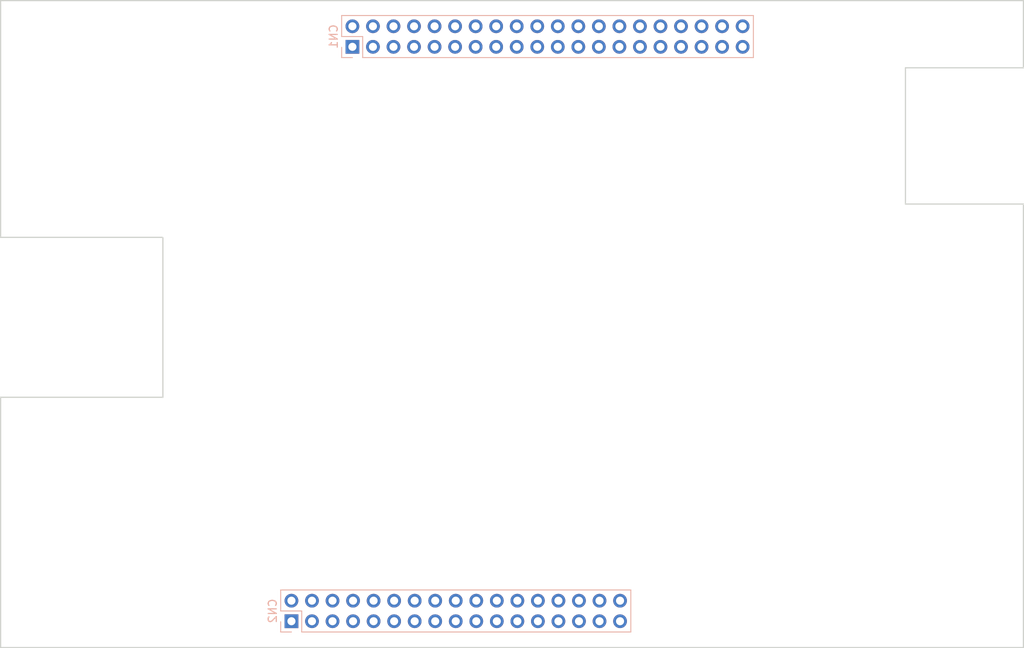
<source format=kicad_pcb>
(kicad_pcb (version 4) (host pcbnew 4.0.7)

  (general
    (links 8)
    (no_connects 8)
    (area 66.214999 46.814999 192.865001 126.975001)
    (thickness 1.6)
    (drawings 12)
    (tracks 5)
    (zones 0)
    (modules 2)
    (nets 3)
  )

  (page USLetter)
  (layers
    (0 F.Cu signal)
    (1 In1.Cu power)
    (2 In2.Cu power)
    (31 B.Cu signal)
    (33 F.Adhes user)
    (35 F.Paste user)
    (37 F.SilkS user)
    (39 F.Mask user)
    (40 Dwgs.User user)
    (41 Cmts.User user)
    (42 Eco1.User user)
    (43 Eco2.User user)
    (44 Edge.Cuts user)
    (45 Margin user)
    (47 F.CrtYd user)
    (49 F.Fab user)
  )

  (setup
    (last_trace_width 0.25)
    (trace_clearance 0.2)
    (zone_clearance 0.508)
    (zone_45_only yes)
    (trace_min 0.2)
    (segment_width 0.15)
    (edge_width 0.15)
    (via_size 0.7048)
    (via_drill 0.4)
    (via_min_size 0.4)
    (via_min_drill 0.3)
    (uvia_size 0.3)
    (uvia_drill 0.1)
    (uvias_allowed no)
    (uvia_min_size 0.2)
    (uvia_min_drill 0.1)
    (pcb_text_width 0.3)
    (pcb_text_size 1.5 1.5)
    (mod_edge_width 0.15)
    (mod_text_size 1 1)
    (mod_text_width 0.15)
    (pad_size 1.524 1.524)
    (pad_drill 0.762)
    (pad_to_mask_clearance 0.1016)
    (aux_axis_origin 0 0)
    (visible_elements FFFFFF7F)
    (pcbplotparams
      (layerselection 0x010f0_80000001)
      (usegerberextensions false)
      (excludeedgelayer true)
      (linewidth 0.100000)
      (plotframeref false)
      (viasonmask false)
      (mode 1)
      (useauxorigin false)
      (hpglpennumber 1)
      (hpglpenspeed 20)
      (hpglpendiameter 15)
      (hpglpenoverlay 2)
      (psnegative false)
      (psa4output false)
      (plotreference true)
      (plotvalue true)
      (plotinvisibletext false)
      (padsonsilk false)
      (subtractmaskfromsilk false)
      (outputformat 1)
      (mirror false)
      (drillshape 0)
      (scaleselection 1)
      (outputdirectory Rev_A/))
  )

  (net 0 "")
  (net 1 /3V3)
  (net 2 GND)

  (net_class Default "This is the default net class."
    (clearance 0.2)
    (trace_width 0.25)
    (via_dia 0.7048)
    (via_drill 0.4)
    (uvia_dia 0.3)
    (uvia_drill 0.1)
    (add_net /3V3)
    (add_net GND)
  )

  (net_class heavy ""
    (clearance 0.35)
    (trace_width 0.5)
    (via_dia 0.8048)
    (via_drill 0.5)
    (uvia_dia 0.3)
    (uvia_drill 0.1)
  )

  (module Socket_Strips:Socket_Strip_Straight_2x17_Pitch2.54mm (layer B.Cu) (tedit 58CD5449) (tstamp 59FC0D58)
    (at 102.26 123.646 270)
    (descr "Through hole straight socket strip, 2x17, 2.54mm pitch, double rows")
    (tags "Through hole socket strip THT 2x17 2.54mm double row")
    (path /59F919D4)
    (fp_text reference CN2 (at -1.27 2.33 270) (layer B.SilkS)
      (effects (font (size 1 1) (thickness 0.15)) (justify mirror))
    )
    (fp_text value Conn_Euler_02x17 (at -1.27 -42.97 270) (layer B.Fab)
      (effects (font (size 1 1) (thickness 0.15)) (justify mirror))
    )
    (fp_line (start -3.81 1.27) (end -3.81 -41.91) (layer B.Fab) (width 0.1))
    (fp_line (start -3.81 -41.91) (end 1.27 -41.91) (layer B.Fab) (width 0.1))
    (fp_line (start 1.27 -41.91) (end 1.27 1.27) (layer B.Fab) (width 0.1))
    (fp_line (start 1.27 1.27) (end -3.81 1.27) (layer B.Fab) (width 0.1))
    (fp_line (start 1.33 -1.27) (end 1.33 -41.97) (layer B.SilkS) (width 0.12))
    (fp_line (start 1.33 -41.97) (end -3.87 -41.97) (layer B.SilkS) (width 0.12))
    (fp_line (start -3.87 -41.97) (end -3.87 1.33) (layer B.SilkS) (width 0.12))
    (fp_line (start -3.87 1.33) (end -1.27 1.33) (layer B.SilkS) (width 0.12))
    (fp_line (start -1.27 1.33) (end -1.27 -1.27) (layer B.SilkS) (width 0.12))
    (fp_line (start -1.27 -1.27) (end 1.33 -1.27) (layer B.SilkS) (width 0.12))
    (fp_line (start 1.33 0) (end 1.33 1.33) (layer B.SilkS) (width 0.12))
    (fp_line (start 1.33 1.33) (end 0.06 1.33) (layer B.SilkS) (width 0.12))
    (fp_line (start -4.35 1.8) (end -4.35 -42.45) (layer B.CrtYd) (width 0.05))
    (fp_line (start -4.35 -42.45) (end 1.8 -42.45) (layer B.CrtYd) (width 0.05))
    (fp_line (start 1.8 -42.45) (end 1.8 1.8) (layer B.CrtYd) (width 0.05))
    (fp_line (start 1.8 1.8) (end -4.35 1.8) (layer B.CrtYd) (width 0.05))
    (fp_text user %R (at -1.27 2.33 270) (layer B.Fab)
      (effects (font (size 1 1) (thickness 0.15)) (justify mirror))
    )
    (pad 1 thru_hole rect (at 0 0 270) (size 1.7 1.7) (drill 1) (layers *.Cu *.Mask)
      (net 1 /3V3))
    (pad 2 thru_hole oval (at -2.54 0 270) (size 1.7 1.7) (drill 1) (layers *.Cu *.Mask))
    (pad 3 thru_hole oval (at 0 -2.54 270) (size 1.7 1.7) (drill 1) (layers *.Cu *.Mask))
    (pad 4 thru_hole oval (at -2.54 -2.54 270) (size 1.7 1.7) (drill 1) (layers *.Cu *.Mask))
    (pad 5 thru_hole oval (at 0 -5.08 270) (size 1.7 1.7) (drill 1) (layers *.Cu *.Mask))
    (pad 6 thru_hole oval (at -2.54 -5.08 270) (size 1.7 1.7) (drill 1) (layers *.Cu *.Mask)
      (net 2 GND))
    (pad 7 thru_hole oval (at 0 -7.62 270) (size 1.7 1.7) (drill 1) (layers *.Cu *.Mask))
    (pad 8 thru_hole oval (at -2.54 -7.62 270) (size 1.7 1.7) (drill 1) (layers *.Cu *.Mask))
    (pad 9 thru_hole oval (at 0 -10.16 270) (size 1.7 1.7) (drill 1) (layers *.Cu *.Mask)
      (net 2 GND))
    (pad 10 thru_hole oval (at -2.54 -10.16 270) (size 1.7 1.7) (drill 1) (layers *.Cu *.Mask))
    (pad 11 thru_hole oval (at 0 -12.7 270) (size 1.7 1.7) (drill 1) (layers *.Cu *.Mask))
    (pad 12 thru_hole oval (at -2.54 -12.7 270) (size 1.7 1.7) (drill 1) (layers *.Cu *.Mask))
    (pad 13 thru_hole oval (at 0 -15.24 270) (size 1.7 1.7) (drill 1) (layers *.Cu *.Mask))
    (pad 14 thru_hole oval (at -2.54 -15.24 270) (size 1.7 1.7) (drill 1) (layers *.Cu *.Mask))
    (pad 15 thru_hole oval (at 0 -17.78 270) (size 1.7 1.7) (drill 1) (layers *.Cu *.Mask))
    (pad 16 thru_hole oval (at -2.54 -17.78 270) (size 1.7 1.7) (drill 1) (layers *.Cu *.Mask))
    (pad 17 thru_hole oval (at 0 -20.32 270) (size 1.7 1.7) (drill 1) (layers *.Cu *.Mask)
      (net 1 /3V3))
    (pad 18 thru_hole oval (at -2.54 -20.32 270) (size 1.7 1.7) (drill 1) (layers *.Cu *.Mask))
    (pad 19 thru_hole oval (at 0 -22.86 270) (size 1.7 1.7) (drill 1) (layers *.Cu *.Mask))
    (pad 20 thru_hole oval (at -2.54 -22.86 270) (size 1.7 1.7) (drill 1) (layers *.Cu *.Mask))
    (pad 21 thru_hole oval (at 0 -25.4 270) (size 1.7 1.7) (drill 1) (layers *.Cu *.Mask))
    (pad 22 thru_hole oval (at -2.54 -25.4 270) (size 1.7 1.7) (drill 1) (layers *.Cu *.Mask))
    (pad 23 thru_hole oval (at 0 -27.94 270) (size 1.7 1.7) (drill 1) (layers *.Cu *.Mask))
    (pad 24 thru_hole oval (at -2.54 -27.94 270) (size 1.7 1.7) (drill 1) (layers *.Cu *.Mask))
    (pad 25 thru_hole oval (at 0 -30.48 270) (size 1.7 1.7) (drill 1) (layers *.Cu *.Mask)
      (net 2 GND))
    (pad 26 thru_hole oval (at -2.54 -30.48 270) (size 1.7 1.7) (drill 1) (layers *.Cu *.Mask))
    (pad 27 thru_hole oval (at 0 -33.02 270) (size 1.7 1.7) (drill 1) (layers *.Cu *.Mask))
    (pad 28 thru_hole oval (at -2.54 -33.02 270) (size 1.7 1.7) (drill 1) (layers *.Cu *.Mask))
    (pad 29 thru_hole oval (at 0 -35.56 270) (size 1.7 1.7) (drill 1) (layers *.Cu *.Mask))
    (pad 30 thru_hole oval (at -2.54 -35.56 270) (size 1.7 1.7) (drill 1) (layers *.Cu *.Mask))
    (pad 31 thru_hole oval (at 0 -38.1 270) (size 1.7 1.7) (drill 1) (layers *.Cu *.Mask))
    (pad 32 thru_hole oval (at -2.54 -38.1 270) (size 1.7 1.7) (drill 1) (layers *.Cu *.Mask))
    (pad 33 thru_hole oval (at 0 -40.64 270) (size 1.7 1.7) (drill 1) (layers *.Cu *.Mask))
    (pad 34 thru_hole oval (at -2.54 -40.64 270) (size 1.7 1.7) (drill 1) (layers *.Cu *.Mask))
    (model ${KISYS3DMOD}/Socket_Strips.3dshapes/Socket_Strip_Straight_2x17_Pitch2.54mm.wrl
      (at (xyz -0.05 -0.8 0))
      (scale (xyz 1 1 1))
      (rotate (xyz 0 0 270))
    )
  )

  (module Socket_Strips:Socket_Strip_Straight_2x20_Pitch2.54mm (layer B.Cu) (tedit 58CD544A) (tstamp 59FC1342)
    (at 109.8 52.606 270)
    (descr "Through hole straight socket strip, 2x20, 2.54mm pitch, double rows")
    (tags "Through hole socket strip THT 2x20 2.54mm double row")
    (path /59FC2B3F)
    (fp_text reference CN1 (at -1.27 2.33 270) (layer B.SilkS)
      (effects (font (size 1 1) (thickness 0.15)) (justify mirror))
    )
    (fp_text value Conn_RPI_02x20 (at -1.27 -50.59 270) (layer B.Fab)
      (effects (font (size 1 1) (thickness 0.15)) (justify mirror))
    )
    (fp_line (start -3.81 1.27) (end -3.81 -49.53) (layer B.Fab) (width 0.1))
    (fp_line (start -3.81 -49.53) (end 1.27 -49.53) (layer B.Fab) (width 0.1))
    (fp_line (start 1.27 -49.53) (end 1.27 1.27) (layer B.Fab) (width 0.1))
    (fp_line (start 1.27 1.27) (end -3.81 1.27) (layer B.Fab) (width 0.1))
    (fp_line (start 1.33 -1.27) (end 1.33 -49.59) (layer B.SilkS) (width 0.12))
    (fp_line (start 1.33 -49.59) (end -3.87 -49.59) (layer B.SilkS) (width 0.12))
    (fp_line (start -3.87 -49.59) (end -3.87 1.33) (layer B.SilkS) (width 0.12))
    (fp_line (start -3.87 1.33) (end -1.27 1.33) (layer B.SilkS) (width 0.12))
    (fp_line (start -1.27 1.33) (end -1.27 -1.27) (layer B.SilkS) (width 0.12))
    (fp_line (start -1.27 -1.27) (end 1.33 -1.27) (layer B.SilkS) (width 0.12))
    (fp_line (start 1.33 0) (end 1.33 1.33) (layer B.SilkS) (width 0.12))
    (fp_line (start 1.33 1.33) (end 0.06 1.33) (layer B.SilkS) (width 0.12))
    (fp_line (start -4.35 1.8) (end -4.35 -50.05) (layer B.CrtYd) (width 0.05))
    (fp_line (start -4.35 -50.05) (end 1.8 -50.05) (layer B.CrtYd) (width 0.05))
    (fp_line (start 1.8 -50.05) (end 1.8 1.8) (layer B.CrtYd) (width 0.05))
    (fp_line (start 1.8 1.8) (end -4.35 1.8) (layer B.CrtYd) (width 0.05))
    (fp_text user %R (at -1.27 2.33 270) (layer B.Fab)
      (effects (font (size 1 1) (thickness 0.15)) (justify mirror))
    )
    (pad 1 thru_hole rect (at 0 0 270) (size 1.7 1.7) (drill 1) (layers *.Cu *.Mask)
      (net 1 /3V3))
    (pad 2 thru_hole oval (at -2.54 0 270) (size 1.7 1.7) (drill 1) (layers *.Cu *.Mask))
    (pad 3 thru_hole oval (at 0 -2.54 270) (size 1.7 1.7) (drill 1) (layers *.Cu *.Mask))
    (pad 4 thru_hole oval (at -2.54 -2.54 270) (size 1.7 1.7) (drill 1) (layers *.Cu *.Mask))
    (pad 5 thru_hole oval (at 0 -5.08 270) (size 1.7 1.7) (drill 1) (layers *.Cu *.Mask))
    (pad 6 thru_hole oval (at -2.54 -5.08 270) (size 1.7 1.7) (drill 1) (layers *.Cu *.Mask))
    (pad 7 thru_hole oval (at 0 -7.62 270) (size 1.7 1.7) (drill 1) (layers *.Cu *.Mask))
    (pad 8 thru_hole oval (at -2.54 -7.62 270) (size 1.7 1.7) (drill 1) (layers *.Cu *.Mask))
    (pad 9 thru_hole oval (at 0 -10.16 270) (size 1.7 1.7) (drill 1) (layers *.Cu *.Mask)
      (net 2 GND))
    (pad 10 thru_hole oval (at -2.54 -10.16 270) (size 1.7 1.7) (drill 1) (layers *.Cu *.Mask))
    (pad 11 thru_hole oval (at 0 -12.7 270) (size 1.7 1.7) (drill 1) (layers *.Cu *.Mask))
    (pad 12 thru_hole oval (at -2.54 -12.7 270) (size 1.7 1.7) (drill 1) (layers *.Cu *.Mask))
    (pad 13 thru_hole oval (at 0 -15.24 270) (size 1.7 1.7) (drill 1) (layers *.Cu *.Mask))
    (pad 14 thru_hole oval (at -2.54 -15.24 270) (size 1.7 1.7) (drill 1) (layers *.Cu *.Mask)
      (net 2 GND))
    (pad 15 thru_hole oval (at 0 -17.78 270) (size 1.7 1.7) (drill 1) (layers *.Cu *.Mask))
    (pad 16 thru_hole oval (at -2.54 -17.78 270) (size 1.7 1.7) (drill 1) (layers *.Cu *.Mask))
    (pad 17 thru_hole oval (at 0 -20.32 270) (size 1.7 1.7) (drill 1) (layers *.Cu *.Mask)
      (net 1 /3V3))
    (pad 18 thru_hole oval (at -2.54 -20.32 270) (size 1.7 1.7) (drill 1) (layers *.Cu *.Mask))
    (pad 19 thru_hole oval (at 0 -22.86 270) (size 1.7 1.7) (drill 1) (layers *.Cu *.Mask))
    (pad 20 thru_hole oval (at -2.54 -22.86 270) (size 1.7 1.7) (drill 1) (layers *.Cu *.Mask))
    (pad 21 thru_hole oval (at 0 -25.4 270) (size 1.7 1.7) (drill 1) (layers *.Cu *.Mask))
    (pad 22 thru_hole oval (at -2.54 -25.4 270) (size 1.7 1.7) (drill 1) (layers *.Cu *.Mask))
    (pad 23 thru_hole oval (at 0 -27.94 270) (size 1.7 1.7) (drill 1) (layers *.Cu *.Mask))
    (pad 24 thru_hole oval (at -2.54 -27.94 270) (size 1.7 1.7) (drill 1) (layers *.Cu *.Mask))
    (pad 25 thru_hole oval (at 0 -30.48 270) (size 1.7 1.7) (drill 1) (layers *.Cu *.Mask)
      (net 2 GND))
    (pad 26 thru_hole oval (at -2.54 -30.48 270) (size 1.7 1.7) (drill 1) (layers *.Cu *.Mask))
    (pad 27 thru_hole oval (at 0 -33.02 270) (size 1.7 1.7) (drill 1) (layers *.Cu *.Mask))
    (pad 28 thru_hole oval (at -2.54 -33.02 270) (size 1.7 1.7) (drill 1) (layers *.Cu *.Mask))
    (pad 29 thru_hole oval (at 0 -35.56 270) (size 1.7 1.7) (drill 1) (layers *.Cu *.Mask))
    (pad 30 thru_hole oval (at -2.54 -35.56 270) (size 1.7 1.7) (drill 1) (layers *.Cu *.Mask))
    (pad 31 thru_hole oval (at 0 -38.1 270) (size 1.7 1.7) (drill 1) (layers *.Cu *.Mask))
    (pad 32 thru_hole oval (at -2.54 -38.1 270) (size 1.7 1.7) (drill 1) (layers *.Cu *.Mask))
    (pad 33 thru_hole oval (at 0 -40.64 270) (size 1.7 1.7) (drill 1) (layers *.Cu *.Mask))
    (pad 34 thru_hole oval (at -2.54 -40.64 270) (size 1.7 1.7) (drill 1) (layers *.Cu *.Mask))
    (pad 35 thru_hole oval (at 0 -43.18 270) (size 1.7 1.7) (drill 1) (layers *.Cu *.Mask))
    (pad 36 thru_hole oval (at -2.54 -43.18 270) (size 1.7 1.7) (drill 1) (layers *.Cu *.Mask))
    (pad 37 thru_hole oval (at 0 -45.72 270) (size 1.7 1.7) (drill 1) (layers *.Cu *.Mask))
    (pad 38 thru_hole oval (at -2.54 -45.72 270) (size 1.7 1.7) (drill 1) (layers *.Cu *.Mask))
    (pad 39 thru_hole oval (at 0 -48.26 270) (size 1.7 1.7) (drill 1) (layers *.Cu *.Mask))
    (pad 40 thru_hole oval (at -2.54 -48.26 270) (size 1.7 1.7) (drill 1) (layers *.Cu *.Mask))
    (model ${KISYS3DMOD}/Socket_Strips.3dshapes/Socket_Strip_Straight_2x20_Pitch2.54mm.wrl
      (at (xyz -0.05 -0.95 0))
      (scale (xyz 1 1 1))
      (rotate (xyz 0 0 270))
    )
  )

  (gr_line (start 192.79 72.05) (end 192.79 126.9) (angle 90) (layer Edge.Cuts) (width 0.15))
  (gr_line (start 178.2 72.05) (end 192.79 72.05) (angle 90) (layer Edge.Cuts) (width 0.15))
  (gr_line (start 178.2 55.2) (end 178.2 72.05) (angle 90) (layer Edge.Cuts) (width 0.15))
  (gr_line (start 192.79 55.2) (end 178.2 55.2) (angle 90) (layer Edge.Cuts) (width 0.15))
  (gr_line (start 66.29 95.95) (end 66.29 126.9) (angle 90) (layer Edge.Cuts) (width 0.15))
  (gr_line (start 86.36 95.95) (end 66.29 95.95) (angle 90) (layer Edge.Cuts) (width 0.15))
  (gr_line (start 86.36 76.2) (end 86.36 95.95) (angle 90) (layer Edge.Cuts) (width 0.15))
  (gr_line (start 66.29 76.17) (end 86.29 76.17) (angle 90) (layer Edge.Cuts) (width 0.15))
  (gr_line (start 66.29 126.9) (end 192.79 126.9) (angle 90) (layer Edge.Cuts) (width 0.15))
  (gr_line (start 66.29 46.89) (end 66.29 76.17) (angle 90) (layer Edge.Cuts) (width 0.15))
  (gr_line (start 192.79 46.89) (end 66.29 46.89) (angle 90) (layer Edge.Cuts) (width 0.15))
  (gr_line (start 192.79 55.2) (end 192.79 46.89) (angle 90) (layer Edge.Cuts) (width 0.15))

  (segment (start 107.34 123.646) (end 107.34 123.546) (width 0.25) (layer F.Cu) (net 0))
  (segment (start 125.12 123.646) (end 125.147 123.646) (width 0.25) (layer F.Cu) (net 0))
  (segment (start 127.66 123.392) (end 127.687 123.392) (width 0.25) (layer F.Cu) (net 0))
  (segment (start 127.66 123.392) (end 127.66 123.292) (width 0.25) (layer F.Cu) (net 0))
  (segment (start 109.8 52.606) (end 109.8 52.904) (width 0.25) (layer B.Cu) (net 1))

)

</source>
